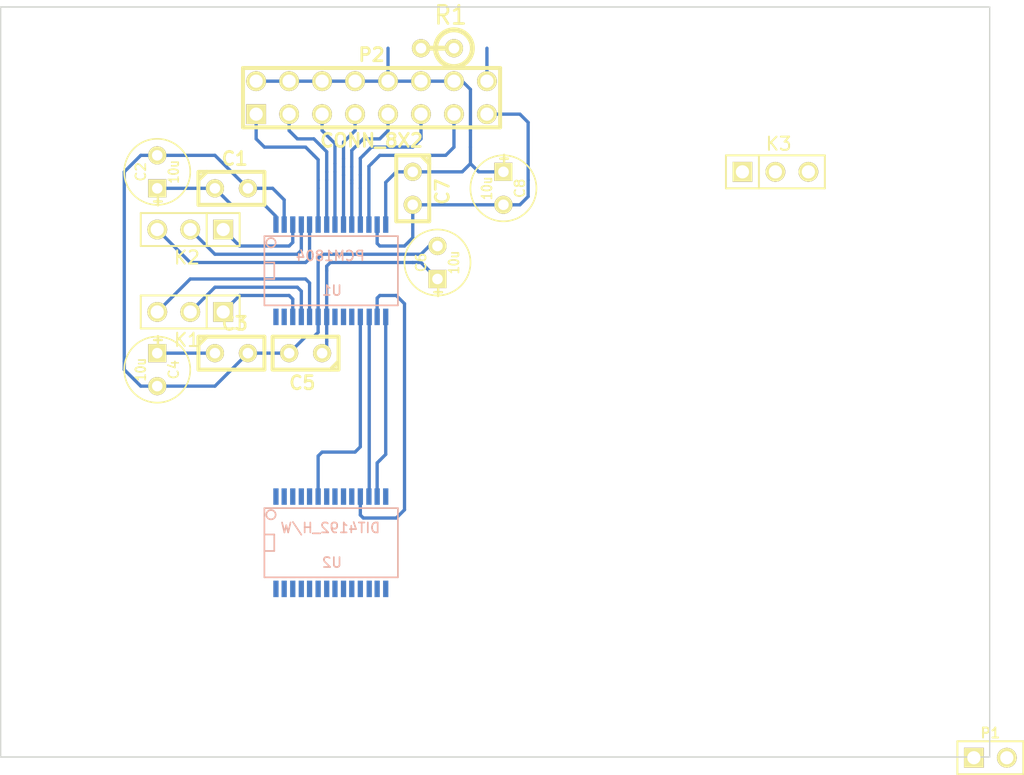
<source format=kicad_pcb>
(kicad_pcb (version 3) (host pcbnew "(2013-07-07 BZR 4022)-stable")

  (general
    (links 49)
    (no_connects 9)
    (area 105.359999 28.7909 184.530202 88.650202)
    (thickness 1.6)
    (drawings 5)
    (tracks 168)
    (zones 0)
    (modules 16)
    (nets 27)
  )

  (page A3)
  (layers
    (15 F.Cu signal)
    (0 B.Cu signal)
    (16 B.Adhes user)
    (17 F.Adhes user)
    (18 B.Paste user)
    (19 F.Paste user)
    (20 B.SilkS user)
    (21 F.SilkS user)
    (22 B.Mask user)
    (23 F.Mask user)
    (24 Dwgs.User user)
    (25 Cmts.User user)
    (26 Eco1.User user)
    (27 Eco2.User user)
    (28 Edge.Cuts user)
  )

  (setup
    (last_trace_width 0.254)
    (trace_clearance 0.254)
    (zone_clearance 0.508)
    (zone_45_only no)
    (trace_min 0.254)
    (segment_width 0.2)
    (edge_width 0.1)
    (via_size 0.889)
    (via_drill 0.635)
    (via_min_size 0.889)
    (via_min_drill 0.508)
    (uvia_size 0.508)
    (uvia_drill 0.127)
    (uvias_allowed no)
    (uvia_min_size 0.508)
    (uvia_min_drill 0.127)
    (pcb_text_width 0.3)
    (pcb_text_size 1.5 1.5)
    (mod_edge_width 0.15)
    (mod_text_size 1 1)
    (mod_text_width 0.15)
    (pad_size 0.4064 1.27)
    (pad_drill 0)
    (pad_to_mask_clearance 0)
    (aux_axis_origin 0 0)
    (visible_elements 7FFFFFFF)
    (pcbplotparams
      (layerselection 3178497)
      (usegerberextensions true)
      (excludeedgelayer true)
      (linewidth 0.150000)
      (plotframeref false)
      (viasonmask false)
      (mode 1)
      (useauxorigin false)
      (hpglpennumber 1)
      (hpglpenspeed 20)
      (hpglpendiameter 15)
      (hpglpenoverlay 2)
      (psnegative false)
      (psa4output false)
      (plotreference true)
      (plotvalue true)
      (plotothertext true)
      (plotinvisibletext false)
      (padsonsilk false)
      (subtractmaskfromsilk false)
      (outputformat 1)
      (mirror false)
      (drillshape 1)
      (scaleselection 1)
      (outputdirectory ""))
  )

  (net 0 "")
  (net 1 AGND)
  (net 2 BCK)
  (net 3 BYPAS)
  (net 4 DATA)
  (net 5 DGND)
  (net 6 FMT0)
  (net 7 FMT1)
  (net 8 LRCK)
  (net 9 N-0000012)
  (net 10 N-0000051)
  (net 11 OSR0)
  (net 12 OSR1)
  (net 13 OSR2)
  (net 14 OVFL)
  (net 15 OVFR)
  (net 16 RST)
  (net 17 S/M)
  (net 18 SCKI)
  (net 19 VCC)
  (net 20 VCOML)
  (net 21 VCOMR)
  (net 22 VDD)
  (net 23 VINL+)
  (net 24 VINL-)
  (net 25 VINR+)
  (net 26 VINR-)

  (net_class Default "これは標準のネット クラスです。"
    (clearance 0.254)
    (trace_width 0.254)
    (via_dia 0.889)
    (via_drill 0.635)
    (uvia_dia 0.508)
    (uvia_drill 0.127)
    (add_net "")
    (add_net AGND)
    (add_net BCK)
    (add_net BYPAS)
    (add_net DATA)
    (add_net DGND)
    (add_net FMT0)
    (add_net FMT1)
    (add_net LRCK)
    (add_net N-0000012)
    (add_net N-0000051)
    (add_net OSR0)
    (add_net OSR1)
    (add_net OSR2)
    (add_net OVFL)
    (add_net OVFR)
    (add_net RST)
    (add_net S/M)
    (add_net SCKI)
    (add_net VCC)
    (add_net VCOML)
    (add_net VCOMR)
    (add_net VDD)
    (add_net VINL+)
    (add_net VINL-)
    (add_net VINR+)
    (add_net VINR-)
  )

  (module SSOP28 (layer B.Cu) (tedit 3D81AA31) (tstamp 53E5ACC2)
    (at 130.81 49.53)
    (descr "SSOP 28 pins")
    (tags "CMS SSOP SMD")
    (path /53E58F67)
    (attr smd)
    (fp_text reference U1 (at 0.127 1.524) (layer B.SilkS)
      (effects (font (size 0.762 0.762) (thickness 0.127)) (justify mirror))
    )
    (fp_text value PCM1804 (at 0 -1.143) (layer B.SilkS)
      (effects (font (size 0.762 0.762) (thickness 0.127)) (justify mirror))
    )
    (fp_circle (center -4.572 -2.159) (end -4.826 -1.905) (layer B.SilkS) (width 0.127))
    (fp_line (start -5.08 0.635) (end -4.318 0.635) (layer B.SilkS) (width 0.127))
    (fp_line (start -4.318 0.635) (end -4.318 -0.635) (layer B.SilkS) (width 0.127))
    (fp_line (start -4.318 -0.635) (end -5.08 -0.635) (layer B.SilkS) (width 0.127))
    (fp_line (start 5.207 -2.667) (end -5.08 -2.667) (layer B.SilkS) (width 0.127))
    (fp_line (start -5.08 2.667) (end 5.207 2.667) (layer B.SilkS) (width 0.127))
    (fp_line (start -5.08 2.667) (end -5.08 -2.667) (layer B.SilkS) (width 0.127))
    (fp_line (start 5.207 2.667) (end 5.207 -2.667) (layer B.SilkS) (width 0.127))
    (pad 1 smd rect (at -4.191 -3.556) (size 0.4064 1.27)
      (layers B.Cu B.Paste B.Mask)
      (net 10 N-0000051)
    )
    (pad 2 smd rect (at -3.556 -3.556) (size 0.4064 1.27)
      (layers B.Cu B.Paste B.Mask)
      (net 1 AGND)
    )
    (pad 3 smd rect (at -2.8956 -3.556) (size 0.4064 1.27)
      (layers B.Cu B.Paste B.Mask)
      (net 20 VCOML)
    )
    (pad 4 smd rect (at -2.2352 -3.556) (size 0.4064 1.27)
      (layers B.Cu B.Paste B.Mask)
      (net 23 VINL+)
    )
    (pad 5 smd rect (at -1.6002 -3.556) (size 0.4064 1.27)
      (layers B.Cu B.Paste B.Mask)
      (net 24 VINL-)
    )
    (pad 6 smd rect (at -0.9398 -3.556) (size 0.4064 1.27)
      (layers B.Cu B.Paste B.Mask)
      (net 6 FMT0)
    )
    (pad 7 smd rect (at -0.2794 -3.556) (size 0.4064 1.27)
      (layers B.Cu B.Paste B.Mask)
      (net 7 FMT1)
    )
    (pad 8 smd rect (at 0.3556 -3.556) (size 0.4064 1.27)
      (layers B.Cu B.Paste B.Mask)
      (net 17 S/M)
    )
    (pad 9 smd rect (at 1.016 -3.556) (size 0.4064 1.27)
      (layers B.Cu B.Paste B.Mask)
      (net 11 OSR0)
    )
    (pad 10 smd rect (at 1.651 -3.556) (size 0.4064 1.27)
      (layers B.Cu B.Paste B.Mask)
      (net 12 OSR1)
    )
    (pad 11 smd rect (at 2.3114 -3.556) (size 0.4064 1.27)
      (layers B.Cu B.Paste B.Mask)
      (net 13 OSR2)
    )
    (pad 12 smd rect (at 2.9718 -3.556) (size 0.4064 1.27)
      (layers B.Cu B.Paste B.Mask)
      (net 3 BYPAS)
    )
    (pad 13 smd rect (at 3.6068 -3.556) (size 0.4064 1.27)
      (layers B.Cu B.Paste B.Mask)
      (net 5 DGND)
    )
    (pad 14 smd rect (at 4.2672 -3.556) (size 0.4064 1.27)
      (layers B.Cu B.Paste B.Mask)
      (net 22 VDD)
    )
    (pad 15 smd rect (at 4.2672 3.556) (size 0.4064 1.27)
      (layers B.Cu B.Paste B.Mask)
      (net 4 DATA)
    )
    (pad 16 smd rect (at 3.6068 3.556) (size 0.4064 1.27)
      (layers B.Cu B.Paste B.Mask)
      (net 2 BCK)
    )
    (pad 17 smd rect (at 2.9972 3.556) (size 0.4064 1.27)
      (layers B.Cu B.Paste B.Mask)
      (net 8 LRCK)
    )
    (pad 18 smd rect (at 2.3114 3.556) (size 0.4064 1.27)
      (layers B.Cu B.Paste B.Mask)
      (net 18 SCKI)
    )
    (pad 19 smd rect (at 1.651 3.556) (size 0.4064 1.27)
      (layers B.Cu B.Paste B.Mask)
      (net 16 RST)
    )
    (pad 20 smd rect (at 1.016 3.556) (size 0.4064 1.27)
      (layers B.Cu B.Paste B.Mask)
      (net 15 OVFR)
    )
    (pad 21 smd rect (at 0.3556 3.556) (size 0.4064 1.27)
      (layers B.Cu B.Paste B.Mask)
      (net 14 OVFL)
    )
    (pad 22 smd rect (at -0.2794 3.556) (size 0.4064 1.27)
      (layers B.Cu B.Paste B.Mask)
      (net 19 VCC)
    )
    (pad 23 smd rect (at -0.9398 3.556) (size 0.4064 1.27)
      (layers B.Cu B.Paste B.Mask)
      (net 1 AGND)
    )
    (pad 24 smd rect (at -1.6002 3.556) (size 0.4064 1.27)
      (layers B.Cu B.Paste B.Mask)
      (net 26 VINR-)
    )
    (pad 25 smd rect (at -2.2352 3.556) (size 0.4064 1.27)
      (layers B.Cu B.Paste B.Mask)
      (net 25 VINR+)
    )
    (pad 26 smd rect (at -2.8956 3.556) (size 0.4064 1.27)
      (layers B.Cu B.Paste B.Mask)
      (net 21 VCOMR)
    )
    (pad 27 smd rect (at -3.556 3.556) (size 0.4064 1.27)
      (layers B.Cu B.Paste B.Mask)
      (net 9 N-0000012)
    )
    (pad 28 smd rect (at -4.191 3.556) (size 0.4064 1.27)
      (layers B.Cu B.Paste B.Mask)
    )
    (model smd/cms_soj28.wrl
      (at (xyz 0 0 0))
      (scale (xyz 0.256 0.5 0.25))
      (rotate (xyz 0 0 0))
    )
  )

  (module PIN_ARRAY_3X1 (layer F.Cu) (tedit 4C1130E0) (tstamp 53E877FC)
    (at 120.015 52.705 180)
    (descr "Connecteur 3 pins")
    (tags "CONN DEV")
    (path /53E59030)
    (fp_text reference K1 (at 0.254 -2.159 180) (layer F.SilkS)
      (effects (font (size 1.016 1.016) (thickness 0.1524)))
    )
    (fp_text value CONN_3 (at 0 -2.159 180) (layer F.SilkS) hide
      (effects (font (size 1.016 1.016) (thickness 0.1524)))
    )
    (fp_line (start -3.81 1.27) (end -3.81 -1.27) (layer F.SilkS) (width 0.1524))
    (fp_line (start -3.81 -1.27) (end 3.81 -1.27) (layer F.SilkS) (width 0.1524))
    (fp_line (start 3.81 -1.27) (end 3.81 1.27) (layer F.SilkS) (width 0.1524))
    (fp_line (start 3.81 1.27) (end -3.81 1.27) (layer F.SilkS) (width 0.1524))
    (fp_line (start -1.27 -1.27) (end -1.27 1.27) (layer F.SilkS) (width 0.1524))
    (pad 1 thru_hole rect (at -2.54 0 180) (size 1.524 1.524) (drill 1.016)
      (layers *.Cu *.Mask F.SilkS)
      (net 21 VCOMR)
    )
    (pad 2 thru_hole circle (at 0 0 180) (size 1.524 1.524) (drill 1.016)
      (layers *.Cu *.Mask F.SilkS)
      (net 25 VINR+)
    )
    (pad 3 thru_hole circle (at 2.54 0 180) (size 1.524 1.524) (drill 1.016)
      (layers *.Cu *.Mask F.SilkS)
      (net 26 VINR-)
    )
    (model pin_array/pins_array_3x1.wrl
      (at (xyz 0 0 0))
      (scale (xyz 1 1 1))
      (rotate (xyz 0 0 0))
    )
  )

  (module PIN_ARRAY_3X1 (layer F.Cu) (tedit 4C1130E0) (tstamp 53E598A2)
    (at 120.015 46.355 180)
    (descr "Connecteur 3 pins")
    (tags "CONN DEV")
    (path /53E590A9)
    (fp_text reference K2 (at 0.254 -2.159 180) (layer F.SilkS)
      (effects (font (size 1.016 1.016) (thickness 0.1524)))
    )
    (fp_text value CONN_3 (at 0 -2.159 180) (layer F.SilkS) hide
      (effects (font (size 1.016 1.016) (thickness 0.1524)))
    )
    (fp_line (start -3.81 1.27) (end -3.81 -1.27) (layer F.SilkS) (width 0.1524))
    (fp_line (start -3.81 -1.27) (end 3.81 -1.27) (layer F.SilkS) (width 0.1524))
    (fp_line (start 3.81 -1.27) (end 3.81 1.27) (layer F.SilkS) (width 0.1524))
    (fp_line (start 3.81 1.27) (end -3.81 1.27) (layer F.SilkS) (width 0.1524))
    (fp_line (start -1.27 -1.27) (end -1.27 1.27) (layer F.SilkS) (width 0.1524))
    (pad 1 thru_hole rect (at -2.54 0 180) (size 1.524 1.524) (drill 1.016)
      (layers *.Cu *.Mask F.SilkS)
      (net 20 VCOML)
    )
    (pad 2 thru_hole circle (at 0 0 180) (size 1.524 1.524) (drill 1.016)
      (layers *.Cu *.Mask F.SilkS)
      (net 23 VINL+)
    )
    (pad 3 thru_hole circle (at 2.54 0 180) (size 1.524 1.524) (drill 1.016)
      (layers *.Cu *.Mask F.SilkS)
      (net 24 VINL-)
    )
    (model pin_array/pins_array_3x1.wrl
      (at (xyz 0 0 0))
      (scale (xyz 1 1 1))
      (rotate (xyz 0 0 0))
    )
  )

  (module PIN_ARRAY_3X1 (layer F.Cu) (tedit 4C1130E0) (tstamp 53E598AE)
    (at 165.1 41.91)
    (descr "Connecteur 3 pins")
    (tags "CONN DEV")
    (path /53E59789)
    (fp_text reference K3 (at 0.254 -2.159) (layer F.SilkS)
      (effects (font (size 1.016 1.016) (thickness 0.1524)))
    )
    (fp_text value CONN_3 (at 0 -2.159) (layer F.SilkS) hide
      (effects (font (size 1.016 1.016) (thickness 0.1524)))
    )
    (fp_line (start -3.81 1.27) (end -3.81 -1.27) (layer F.SilkS) (width 0.1524))
    (fp_line (start -3.81 -1.27) (end 3.81 -1.27) (layer F.SilkS) (width 0.1524))
    (fp_line (start 3.81 -1.27) (end 3.81 1.27) (layer F.SilkS) (width 0.1524))
    (fp_line (start 3.81 1.27) (end -3.81 1.27) (layer F.SilkS) (width 0.1524))
    (fp_line (start -1.27 -1.27) (end -1.27 1.27) (layer F.SilkS) (width 0.1524))
    (pad 1 thru_hole rect (at -2.54 0) (size 1.524 1.524) (drill 1.016)
      (layers *.Cu *.Mask F.SilkS)
      (net 14 OVFL)
    )
    (pad 2 thru_hole circle (at 0 0) (size 1.524 1.524) (drill 1.016)
      (layers *.Cu *.Mask F.SilkS)
      (net 5 DGND)
    )
    (pad 3 thru_hole circle (at 2.54 0) (size 1.524 1.524) (drill 1.016)
      (layers *.Cu *.Mask F.SilkS)
      (net 15 OVFR)
    )
    (model pin_array/pins_array_3x1.wrl
      (at (xyz 0 0 0))
      (scale (xyz 1 1 1))
      (rotate (xyz 0 0 0))
    )
  )

  (module C1V5 (layer F.Cu) (tedit 3E070CF4) (tstamp 53E598C0)
    (at 117.475 41.91 90)
    (descr "Condensateur e = 1 pas")
    (tags C)
    (path /53E5949A)
    (fp_text reference C2 (at 0 -1.26746 90) (layer F.SilkS)
      (effects (font (size 0.762 0.762) (thickness 0.127)))
    )
    (fp_text value 10u (at 0 1.27 90) (layer F.SilkS)
      (effects (font (size 0.762 0.635) (thickness 0.127)))
    )
    (fp_text user + (at -2.286 0 90) (layer F.SilkS)
      (effects (font (size 0.762 0.762) (thickness 0.2032)))
    )
    (fp_circle (center 0 0) (end 0.127 -2.54) (layer F.SilkS) (width 0.127))
    (pad 1 thru_hole rect (at -1.27 0 90) (size 1.397 1.397) (drill 0.8128)
      (layers *.Cu *.Mask F.SilkS)
      (net 10 N-0000051)
    )
    (pad 2 thru_hole circle (at 1.27 0 90) (size 1.397 1.397) (drill 0.8128)
      (layers *.Cu *.Mask F.SilkS)
      (net 1 AGND)
    )
    (model discret/c_vert_c1v5.wrl
      (at (xyz 0 0 0))
      (scale (xyz 1 1 1))
      (rotate (xyz 0 0 0))
    )
  )

  (module C1V5 (layer F.Cu) (tedit 3E070CF4) (tstamp 53E598C8)
    (at 117.475 57.15 270)
    (descr "Condensateur e = 1 pas")
    (tags C)
    (path /53E5A204)
    (fp_text reference C4 (at 0 -1.26746 270) (layer F.SilkS)
      (effects (font (size 0.762 0.762) (thickness 0.127)))
    )
    (fp_text value 10u (at 0 1.27 270) (layer F.SilkS)
      (effects (font (size 0.762 0.635) (thickness 0.127)))
    )
    (fp_text user + (at -2.286 0 270) (layer F.SilkS)
      (effects (font (size 0.762 0.762) (thickness 0.2032)))
    )
    (fp_circle (center 0 0) (end 0.127 -2.54) (layer F.SilkS) (width 0.127))
    (pad 1 thru_hole rect (at -1.27 0 270) (size 1.397 1.397) (drill 0.8128)
      (layers *.Cu *.Mask F.SilkS)
      (net 9 N-0000012)
    )
    (pad 2 thru_hole circle (at 1.27 0 270) (size 1.397 1.397) (drill 0.8128)
      (layers *.Cu *.Mask F.SilkS)
      (net 1 AGND)
    )
    (model discret/c_vert_c1v5.wrl
      (at (xyz 0 0 0))
      (scale (xyz 1 1 1))
      (rotate (xyz 0 0 0))
    )
  )

  (module C1V5 (layer F.Cu) (tedit 3E070CF4) (tstamp 53E598D0)
    (at 139.065 48.895 90)
    (descr "Condensateur e = 1 pas")
    (tags C)
    (path /53E5A210)
    (fp_text reference C6 (at 0 -1.26746 90) (layer F.SilkS)
      (effects (font (size 0.762 0.762) (thickness 0.127)))
    )
    (fp_text value 10u (at 0 1.27 90) (layer F.SilkS)
      (effects (font (size 0.762 0.635) (thickness 0.127)))
    )
    (fp_text user + (at -2.286 0 90) (layer F.SilkS)
      (effects (font (size 0.762 0.762) (thickness 0.2032)))
    )
    (fp_circle (center 0 0) (end 0.127 -2.54) (layer F.SilkS) (width 0.127))
    (pad 1 thru_hole rect (at -1.27 0 90) (size 1.397 1.397) (drill 0.8128)
      (layers *.Cu *.Mask F.SilkS)
      (net 19 VCC)
    )
    (pad 2 thru_hole circle (at 1.27 0 90) (size 1.397 1.397) (drill 0.8128)
      (layers *.Cu *.Mask F.SilkS)
      (net 1 AGND)
    )
    (model discret/c_vert_c1v5.wrl
      (at (xyz 0 0 0))
      (scale (xyz 1 1 1))
      (rotate (xyz 0 0 0))
    )
  )

  (module C1V5 (layer F.Cu) (tedit 3E070CF4) (tstamp 53E598D8)
    (at 144.145 43.18 270)
    (descr "Condensateur e = 1 pas")
    (tags C)
    (path /53E5A21C)
    (fp_text reference C8 (at 0 -1.26746 270) (layer F.SilkS)
      (effects (font (size 0.762 0.762) (thickness 0.127)))
    )
    (fp_text value 10u (at 0 1.27 270) (layer F.SilkS)
      (effects (font (size 0.762 0.635) (thickness 0.127)))
    )
    (fp_text user + (at -2.286 0 270) (layer F.SilkS)
      (effects (font (size 0.762 0.762) (thickness 0.2032)))
    )
    (fp_circle (center 0 0) (end 0.127 -2.54) (layer F.SilkS) (width 0.127))
    (pad 1 thru_hole rect (at -1.27 0 270) (size 1.397 1.397) (drill 0.8128)
      (layers *.Cu *.Mask F.SilkS)
      (net 22 VDD)
    )
    (pad 2 thru_hole circle (at 1.27 0 270) (size 1.397 1.397) (drill 0.8128)
      (layers *.Cu *.Mask F.SilkS)
      (net 5 DGND)
    )
    (model discret/c_vert_c1v5.wrl
      (at (xyz 0 0 0))
      (scale (xyz 1 1 1))
      (rotate (xyz 0 0 0))
    )
  )

  (module C1 (layer F.Cu) (tedit 3F92C496) (tstamp 53E598E3)
    (at 123.19 43.18)
    (descr "Condensateur e = 1 pas")
    (tags C)
    (path /53E59494)
    (fp_text reference C1 (at 0.254 -2.286) (layer F.SilkS)
      (effects (font (size 1.016 1.016) (thickness 0.2032)))
    )
    (fp_text value 0.1u (at 0 -2.286) (layer F.SilkS) hide
      (effects (font (size 1.016 1.016) (thickness 0.2032)))
    )
    (fp_line (start -2.4892 -1.27) (end 2.54 -1.27) (layer F.SilkS) (width 0.3048))
    (fp_line (start 2.54 -1.27) (end 2.54 1.27) (layer F.SilkS) (width 0.3048))
    (fp_line (start 2.54 1.27) (end -2.54 1.27) (layer F.SilkS) (width 0.3048))
    (fp_line (start -2.54 1.27) (end -2.54 -1.27) (layer F.SilkS) (width 0.3048))
    (fp_line (start -2.54 -0.635) (end -1.905 -1.27) (layer F.SilkS) (width 0.3048))
    (pad 1 thru_hole circle (at -1.27 0) (size 1.397 1.397) (drill 0.8128)
      (layers *.Cu *.Mask F.SilkS)
      (net 10 N-0000051)
    )
    (pad 2 thru_hole circle (at 1.27 0) (size 1.397 1.397) (drill 0.8128)
      (layers *.Cu *.Mask F.SilkS)
      (net 1 AGND)
    )
    (model discret/capa_1_pas.wrl
      (at (xyz 0 0 0))
      (scale (xyz 1 1 1))
      (rotate (xyz 0 0 0))
    )
  )

  (module C1 (layer F.Cu) (tedit 3F92C496) (tstamp 53E598EE)
    (at 123.19 55.88)
    (descr "Condensateur e = 1 pas")
    (tags C)
    (path /53E5A1FE)
    (fp_text reference C3 (at 0.254 -2.286) (layer F.SilkS)
      (effects (font (size 1.016 1.016) (thickness 0.2032)))
    )
    (fp_text value 0.1u (at 0 -2.286) (layer F.SilkS) hide
      (effects (font (size 1.016 1.016) (thickness 0.2032)))
    )
    (fp_line (start -2.4892 -1.27) (end 2.54 -1.27) (layer F.SilkS) (width 0.3048))
    (fp_line (start 2.54 -1.27) (end 2.54 1.27) (layer F.SilkS) (width 0.3048))
    (fp_line (start 2.54 1.27) (end -2.54 1.27) (layer F.SilkS) (width 0.3048))
    (fp_line (start -2.54 1.27) (end -2.54 -1.27) (layer F.SilkS) (width 0.3048))
    (fp_line (start -2.54 -0.635) (end -1.905 -1.27) (layer F.SilkS) (width 0.3048))
    (pad 1 thru_hole circle (at -1.27 0) (size 1.397 1.397) (drill 0.8128)
      (layers *.Cu *.Mask F.SilkS)
      (net 9 N-0000012)
    )
    (pad 2 thru_hole circle (at 1.27 0) (size 1.397 1.397) (drill 0.8128)
      (layers *.Cu *.Mask F.SilkS)
      (net 1 AGND)
    )
    (model discret/capa_1_pas.wrl
      (at (xyz 0 0 0))
      (scale (xyz 1 1 1))
      (rotate (xyz 0 0 0))
    )
  )

  (module C1 (layer F.Cu) (tedit 3F92C496) (tstamp 53E598F9)
    (at 128.905 55.88 180)
    (descr "Condensateur e = 1 pas")
    (tags C)
    (path /53E5A20A)
    (fp_text reference C5 (at 0.254 -2.286 180) (layer F.SilkS)
      (effects (font (size 1.016 1.016) (thickness 0.2032)))
    )
    (fp_text value 0.1u (at 0 -2.286 180) (layer F.SilkS) hide
      (effects (font (size 1.016 1.016) (thickness 0.2032)))
    )
    (fp_line (start -2.4892 -1.27) (end 2.54 -1.27) (layer F.SilkS) (width 0.3048))
    (fp_line (start 2.54 -1.27) (end 2.54 1.27) (layer F.SilkS) (width 0.3048))
    (fp_line (start 2.54 1.27) (end -2.54 1.27) (layer F.SilkS) (width 0.3048))
    (fp_line (start -2.54 1.27) (end -2.54 -1.27) (layer F.SilkS) (width 0.3048))
    (fp_line (start -2.54 -0.635) (end -1.905 -1.27) (layer F.SilkS) (width 0.3048))
    (pad 1 thru_hole circle (at -1.27 0 180) (size 1.397 1.397) (drill 0.8128)
      (layers *.Cu *.Mask F.SilkS)
      (net 19 VCC)
    )
    (pad 2 thru_hole circle (at 1.27 0 180) (size 1.397 1.397) (drill 0.8128)
      (layers *.Cu *.Mask F.SilkS)
      (net 1 AGND)
    )
    (model discret/capa_1_pas.wrl
      (at (xyz 0 0 0))
      (scale (xyz 1 1 1))
      (rotate (xyz 0 0 0))
    )
  )

  (module C1 (layer F.Cu) (tedit 3F92C496) (tstamp 53E59904)
    (at 137.16 43.18 270)
    (descr "Condensateur e = 1 pas")
    (tags C)
    (path /53E5A216)
    (fp_text reference C7 (at 0.254 -2.286 270) (layer F.SilkS)
      (effects (font (size 1.016 1.016) (thickness 0.2032)))
    )
    (fp_text value 0.1u (at 0 -2.286 270) (layer F.SilkS) hide
      (effects (font (size 1.016 1.016) (thickness 0.2032)))
    )
    (fp_line (start -2.4892 -1.27) (end 2.54 -1.27) (layer F.SilkS) (width 0.3048))
    (fp_line (start 2.54 -1.27) (end 2.54 1.27) (layer F.SilkS) (width 0.3048))
    (fp_line (start 2.54 1.27) (end -2.54 1.27) (layer F.SilkS) (width 0.3048))
    (fp_line (start -2.54 1.27) (end -2.54 -1.27) (layer F.SilkS) (width 0.3048))
    (fp_line (start -2.54 -0.635) (end -1.905 -1.27) (layer F.SilkS) (width 0.3048))
    (pad 1 thru_hole circle (at -1.27 0 270) (size 1.397 1.397) (drill 0.8128)
      (layers *.Cu *.Mask F.SilkS)
      (net 22 VDD)
    )
    (pad 2 thru_hole circle (at 1.27 0 270) (size 1.397 1.397) (drill 0.8128)
      (layers *.Cu *.Mask F.SilkS)
      (net 5 DGND)
    )
    (model discret/capa_1_pas.wrl
      (at (xyz 0 0 0))
      (scale (xyz 1 1 1))
      (rotate (xyz 0 0 0))
    )
  )

  (module pin_array_8x2 (layer F.Cu) (tedit 3FB38B89) (tstamp 53E598B8)
    (at 133.985 36.195)
    (descr "Double rangee de contacts 2 x 8 pins")
    (tags CONN)
    (path /53E87438)
    (fp_text reference P2 (at 0 -3.302) (layer F.SilkS)
      (effects (font (size 1.016 1.016) (thickness 0.2032)))
    )
    (fp_text value CONN_8X2 (at 0 3.302) (layer F.SilkS)
      (effects (font (size 1.016 1.016) (thickness 0.2032)))
    )
    (fp_line (start -9.906 2.286) (end -9.906 -2.286) (layer F.SilkS) (width 0.3048))
    (fp_line (start -9.906 -2.286) (end 9.906 -2.286) (layer F.SilkS) (width 0.3048))
    (fp_line (start 9.906 -2.286) (end 9.906 2.286) (layer F.SilkS) (width 0.3048))
    (fp_line (start 9.906 2.286) (end -9.906 2.286) (layer F.SilkS) (width 0.3048))
    (pad 1 thru_hole rect (at -8.89 1.27) (size 1.524 1.524) (drill 1.016)
      (layers *.Cu *.Mask F.SilkS)
      (net 6 FMT0)
    )
    (pad 2 thru_hole circle (at -8.89 -1.27) (size 1.524 1.524) (drill 1.016)
      (layers *.Cu *.Mask F.SilkS)
      (net 22 VDD)
    )
    (pad 3 thru_hole circle (at -6.35 1.27) (size 1.524 1.524) (drill 1.016)
      (layers *.Cu *.Mask F.SilkS)
      (net 7 FMT1)
    )
    (pad 4 thru_hole circle (at -6.35 -1.27) (size 1.524 1.524) (drill 1.016)
      (layers *.Cu *.Mask F.SilkS)
      (net 22 VDD)
    )
    (pad 5 thru_hole circle (at -3.81 1.27) (size 1.524 1.524) (drill 1.016)
      (layers *.Cu *.Mask F.SilkS)
      (net 17 S/M)
    )
    (pad 6 thru_hole circle (at -3.81 -1.27) (size 1.524 1.524) (drill 1.016)
      (layers *.Cu *.Mask F.SilkS)
      (net 22 VDD)
    )
    (pad 7 thru_hole circle (at -1.27 1.27) (size 1.524 1.524) (drill 1.016)
      (layers *.Cu *.Mask F.SilkS)
      (net 11 OSR0)
    )
    (pad 8 thru_hole circle (at -1.27 -1.27) (size 1.524 1.524) (drill 1.016)
      (layers *.Cu *.Mask F.SilkS)
      (net 22 VDD)
    )
    (pad 9 thru_hole circle (at 1.27 1.27) (size 1.524 1.524) (drill 1.016)
      (layers *.Cu *.Mask F.SilkS)
      (net 12 OSR1)
    )
    (pad 10 thru_hole circle (at 1.27 -1.27) (size 1.524 1.524) (drill 1.016)
      (layers *.Cu *.Mask F.SilkS)
      (net 22 VDD)
    )
    (pad 11 thru_hole circle (at 3.81 1.27) (size 1.524 1.524) (drill 1.016)
      (layers *.Cu *.Mask F.SilkS)
      (net 13 OSR2)
    )
    (pad 12 thru_hole circle (at 3.81 -1.27) (size 1.524 1.524) (drill 1.016)
      (layers *.Cu *.Mask F.SilkS)
      (net 22 VDD)
    )
    (pad 13 thru_hole circle (at 6.35 1.27) (size 1.524 1.524) (drill 1.016)
      (layers *.Cu *.Mask F.SilkS)
      (net 3 BYPAS)
    )
    (pad 14 thru_hole circle (at 6.35 -1.27) (size 1.524 1.524) (drill 1.016)
      (layers *.Cu *.Mask F.SilkS)
      (net 22 VDD)
    )
    (pad 15 thru_hole circle (at 8.89 1.27) (size 1.524 1.524) (drill 1.016)
      (layers *.Cu *.Mask F.SilkS)
    )
    (pad 16 thru_hole circle (at 8.89 -1.27) (size 1.524 1.524) (drill 1.016)
      (layers *.Cu *.Mask F.SilkS)
    )
    (model pin_array/pins_array_8x2.wrl
      (at (xyz 0 0 0))
      (scale (xyz 1 1 1))
      (rotate (xyz 0 0 0))
    )
  )

  (module SSOP28 (layer B.Cu) (tedit 3D81AA31) (tstamp 53E9C99A)
    (at 130.81 70.485)
    (descr "SSOP 28 pins")
    (tags "CMS SSOP SMD")
    (path /53E9ABDF)
    (attr smd)
    (fp_text reference U2 (at 0.127 1.524) (layer B.SilkS)
      (effects (font (size 0.762 0.762) (thickness 0.127)) (justify mirror))
    )
    (fp_text value DIT4192_H/W (at 0 -1.143) (layer B.SilkS)
      (effects (font (size 0.762 0.762) (thickness 0.127)) (justify mirror))
    )
    (fp_circle (center -4.572 -2.159) (end -4.826 -1.905) (layer B.SilkS) (width 0.127))
    (fp_line (start -5.08 0.635) (end -4.318 0.635) (layer B.SilkS) (width 0.127))
    (fp_line (start -4.318 0.635) (end -4.318 -0.635) (layer B.SilkS) (width 0.127))
    (fp_line (start -4.318 -0.635) (end -5.08 -0.635) (layer B.SilkS) (width 0.127))
    (fp_line (start 5.207 -2.667) (end -5.08 -2.667) (layer B.SilkS) (width 0.127))
    (fp_line (start -5.08 2.667) (end 5.207 2.667) (layer B.SilkS) (width 0.127))
    (fp_line (start -5.08 2.667) (end -5.08 -2.667) (layer B.SilkS) (width 0.127))
    (fp_line (start 5.207 2.667) (end 5.207 -2.667) (layer B.SilkS) (width 0.127))
    (pad 1 smd rect (at -4.191 -3.556) (size 0.4064 1.27)
      (layers B.Cu B.Paste B.Mask)
    )
    (pad 2 smd rect (at -3.556 -3.556) (size 0.4064 1.27)
      (layers B.Cu B.Paste B.Mask)
    )
    (pad 3 smd rect (at -2.8956 -3.556) (size 0.4064 1.27)
      (layers B.Cu B.Paste B.Mask)
    )
    (pad 4 smd rect (at -2.2352 -3.556) (size 0.4064 1.27)
      (layers B.Cu B.Paste B.Mask)
    )
    (pad 5 smd rect (at -1.6002 -3.556) (size 0.4064 1.27)
      (layers B.Cu B.Paste B.Mask)
    )
    (pad 6 smd rect (at -0.9398 -3.556) (size 0.4064 1.27)
      (layers B.Cu B.Paste B.Mask)
      (net 18 SCKI)
    )
    (pad 7 smd rect (at -0.2794 -3.556) (size 0.4064 1.27)
      (layers B.Cu B.Paste B.Mask)
    )
    (pad 8 smd rect (at 0.3556 -3.556) (size 0.4064 1.27)
      (layers B.Cu B.Paste B.Mask)
    )
    (pad 9 smd rect (at 1.016 -3.556) (size 0.4064 1.27)
      (layers B.Cu B.Paste B.Mask)
    )
    (pad 10 smd rect (at 1.651 -3.556) (size 0.4064 1.27)
      (layers B.Cu B.Paste B.Mask)
    )
    (pad 11 smd rect (at 2.3114 -3.556) (size 0.4064 1.27)
      (layers B.Cu B.Paste B.Mask)
      (net 2 BCK)
    )
    (pad 12 smd rect (at 2.9718 -3.556) (size 0.4064 1.27)
      (layers B.Cu B.Paste B.Mask)
      (net 8 LRCK)
    )
    (pad 13 smd rect (at 3.6068 -3.556) (size 0.4064 1.27)
      (layers B.Cu B.Paste B.Mask)
      (net 4 DATA)
    )
    (pad 14 smd rect (at 4.2672 -3.556) (size 0.4064 1.27)
      (layers B.Cu B.Paste B.Mask)
      (net 5 DGND)
    )
    (pad 15 smd rect (at 4.2672 3.556) (size 0.4064 1.27)
      (layers B.Cu B.Paste B.Mask)
    )
    (pad 16 smd rect (at 3.6068 3.556) (size 0.4064 1.27)
      (layers B.Cu B.Paste B.Mask)
    )
    (pad 17 smd rect (at 2.9972 3.556) (size 0.4064 1.27)
      (layers B.Cu B.Paste B.Mask)
    )
    (pad 18 smd rect (at 2.3114 3.556) (size 0.4064 1.27)
      (layers B.Cu B.Paste B.Mask)
    )
    (pad 19 smd rect (at 1.651 3.556) (size 0.4064 1.27)
      (layers B.Cu B.Paste B.Mask)
    )
    (pad 20 smd rect (at 1.016 3.556) (size 0.4064 1.27)
      (layers B.Cu B.Paste B.Mask)
    )
    (pad 21 smd rect (at 0.3556 3.556) (size 0.4064 1.27)
      (layers B.Cu B.Paste B.Mask)
    )
    (pad 22 smd rect (at -0.2794 3.556) (size 0.4064 1.27)
      (layers B.Cu B.Paste B.Mask)
    )
    (pad 23 smd rect (at -0.9398 3.556) (size 0.4064 1.27)
      (layers B.Cu B.Paste B.Mask)
    )
    (pad 24 smd rect (at -1.6002 3.556) (size 0.4064 1.27)
      (layers B.Cu B.Paste B.Mask)
    )
    (pad 25 smd rect (at -2.2352 3.556) (size 0.4064 1.27)
      (layers B.Cu B.Paste B.Mask)
    )
    (pad 26 smd rect (at -2.8956 3.556) (size 0.4064 1.27)
      (layers B.Cu B.Paste B.Mask)
    )
    (pad 27 smd rect (at -3.556 3.556) (size 0.4064 1.27)
      (layers B.Cu B.Paste B.Mask)
    )
    (pad 28 smd rect (at -4.191 3.556) (size 0.4064 1.27)
      (layers B.Cu B.Paste B.Mask)
    )
    (model smd/cms_soj28.wrl
      (at (xyz 0 0 0))
      (scale (xyz 0.256 0.5 0.25))
      (rotate (xyz 0 0 0))
    )
  )

  (module R1 (layer F.Cu) (tedit 200000) (tstamp 53E59865)
    (at 139.065 32.385 180)
    (descr "Resistance verticale")
    (tags R)
    (path /53E59AFE)
    (autoplace_cost90 10)
    (autoplace_cost180 10)
    (fp_text reference R1 (at -1.016 2.54 180) (layer F.SilkS)
      (effects (font (size 1.397 1.27) (thickness 0.2032)))
    )
    (fp_text value 10k (at -1.143 2.54 180) (layer F.SilkS) hide
      (effects (font (size 1.397 1.27) (thickness 0.2032)))
    )
    (fp_line (start -1.27 0) (end 1.27 0) (layer F.SilkS) (width 0.381))
    (fp_circle (center -1.27 0) (end -0.635 1.27) (layer F.SilkS) (width 0.381))
    (pad 1 thru_hole circle (at -1.27 0 180) (size 1.397 1.397) (drill 0.8128)
      (layers *.Cu *.Mask F.SilkS)
      (net 16 RST)
    )
    (pad 2 thru_hole circle (at 1.27 0 180) (size 1.397 1.397) (drill 0.8128)
      (layers *.Cu *.Mask F.SilkS)
      (net 22 VDD)
    )
    (model discret/verti_resistor.wrl
      (at (xyz 0 0 0))
      (scale (xyz 1 1 1))
      (rotate (xyz 0 0 0))
    )
  )

  (module PIN_ARRAY_2X1 (layer F.Cu) (tedit 4565C520) (tstamp 53E9CA45)
    (at 181.660001 87.050001)
    (descr "Connecteurs 2 pins")
    (tags "CONN DEV")
    (path /53E9C792)
    (fp_text reference P1 (at 0 -1.905) (layer F.SilkS)
      (effects (font (size 0.762 0.762) (thickness 0.1524)))
    )
    (fp_text value CONN_2 (at 0 -1.905) (layer F.SilkS) hide
      (effects (font (size 0.762 0.762) (thickness 0.1524)))
    )
    (fp_line (start -2.54 1.27) (end -2.54 -1.27) (layer F.SilkS) (width 0.1524))
    (fp_line (start -2.54 -1.27) (end 2.54 -1.27) (layer F.SilkS) (width 0.1524))
    (fp_line (start 2.54 -1.27) (end 2.54 1.27) (layer F.SilkS) (width 0.1524))
    (fp_line (start 2.54 1.27) (end -2.54 1.27) (layer F.SilkS) (width 0.1524))
    (pad 1 thru_hole rect (at -1.27 0) (size 1.524 1.524) (drill 1.016)
      (layers *.Cu *.Mask F.SilkS)
      (net 16 RST)
    )
    (pad 2 thru_hole circle (at 1.27 0) (size 1.524 1.524) (drill 1.016)
      (layers *.Cu *.Mask F.SilkS)
      (net 5 DGND)
    )
    (model pin_array/pins_array_2x1.wrl
      (at (xyz 0 0 0))
      (scale (xyz 1 1 1))
      (rotate (xyz 0 0 0))
    )
  )

  (gr_line (start 105.41 29.21) (end 106.045 29.21) (angle 90) (layer Edge.Cuts) (width 0.1))
  (gr_line (start 105.41 86.995) (end 105.41 29.21) (angle 90) (layer Edge.Cuts) (width 0.1))
  (gr_line (start 181.61 86.995) (end 105.41 86.995) (angle 90) (layer Edge.Cuts) (width 0.1))
  (gr_line (start 181.61 29.21) (end 181.61 86.995) (angle 90) (layer Edge.Cuts) (width 0.1))
  (gr_line (start 106.045 29.21) (end 181.61 29.21) (angle 90) (layer Edge.Cuts) (width 0.1))

  (segment (start 142.875 32.385) (end 142.875 34.925) (width 0.254) (layer B.Cu) (net 0))
  (segment (start 129.8702 48.895) (end 129.8702 48.5648) (width 0.254) (layer B.Cu) (net 1))
  (segment (start 138.43 47.625) (end 137.795 48.26) (width 0.254) (layer B.Cu) (net 1) (tstamp 53E9A8BE))
  (segment (start 137.795 48.26) (end 130.175 48.26) (width 0.254) (layer B.Cu) (net 1) (tstamp 53E9A8C0))
  (segment (start 138.43 47.625) (end 139.065 47.625) (width 0.254) (layer B.Cu) (net 1))
  (segment (start 129.8702 48.5648) (end 130.175 48.26) (width 0.254) (layer B.Cu) (net 1) (tstamp 53E9A8CA))
  (segment (start 129.8702 53.086) (end 129.8702 48.895) (width 0.254) (layer B.Cu) (net 1))
  (segment (start 129.8702 53.086) (end 129.8702 54.2798) (width 0.254) (layer B.Cu) (net 1))
  (segment (start 128.905 54.61) (end 129.54 54.61) (width 0.254) (layer B.Cu) (net 1) (tstamp 53E881F8))
  (segment (start 128.905 54.61) (end 127.635 55.88) (width 0.254) (layer B.Cu) (net 1) (tstamp 53E881F7))
  (segment (start 129.8702 54.2798) (end 129.54 54.61) (width 0.254) (layer B.Cu) (net 1) (tstamp 53E88203))
  (segment (start 124.46 55.88) (end 127.635 55.88) (width 0.254) (layer B.Cu) (net 1))
  (segment (start 117.475 40.64) (end 116.205 40.64) (width 0.254) (layer B.Cu) (net 1))
  (segment (start 116.205 58.42) (end 117.475 58.42) (width 0.254) (layer B.Cu) (net 1) (tstamp 53E87F46))
  (segment (start 114.935 57.15) (end 116.205 58.42) (width 0.254) (layer B.Cu) (net 1) (tstamp 53E87F44))
  (segment (start 114.935 56.515) (end 114.935 57.15) (width 0.254) (layer B.Cu) (net 1) (tstamp 53E87F41))
  (segment (start 114.935 41.91) (end 114.935 56.515) (width 0.254) (layer B.Cu) (net 1) (tstamp 53E87F3F))
  (segment (start 116.205 40.64) (end 114.935 41.91) (width 0.254) (layer B.Cu) (net 1) (tstamp 53E87F3E))
  (segment (start 124.46 43.18) (end 126.365 43.18) (width 0.254) (layer B.Cu) (net 1))
  (segment (start 127.254 44.069) (end 127.254 45.974) (width 0.254) (layer B.Cu) (net 1) (tstamp 53E87B0F))
  (segment (start 126.365 43.18) (end 127.254 44.069) (width 0.254) (layer B.Cu) (net 1) (tstamp 53E87B0C))
  (segment (start 124.46 43.18) (end 121.92 40.64) (width 0.254) (layer B.Cu) (net 1) (status 80000))
  (segment (start 121.92 40.64) (end 117.475 40.64) (width 0.254) (layer B.Cu) (net 1) (status 80000))
  (segment (start 124.46 55.88) (end 121.92 58.42) (width 0.254) (layer B.Cu) (net 1) (status 80000))
  (segment (start 121.92 58.42) (end 117.475 58.42) (width 0.254) (layer B.Cu) (net 1) (status 80000))
  (segment (start 133.1214 66.929) (end 133.1214 68.3514) (width 0.254) (layer B.Cu) (net 2) (status 400000))
  (segment (start 134.4168 51.6382) (end 134.62 51.435) (width 0.254) (layer B.Cu) (net 2) (tstamp 53E9CD17))
  (segment (start 134.62 51.435) (end 135.89 51.435) (width 0.254) (layer B.Cu) (net 2) (tstamp 53E9CD19))
  (segment (start 135.89 51.435) (end 136.525 52.07) (width 0.254) (layer B.Cu) (net 2) (tstamp 53E9CD1B))
  (segment (start 136.525 52.07) (end 136.525 67.945) (width 0.254) (layer B.Cu) (net 2) (tstamp 53E9CD1C))
  (segment (start 136.525 67.945) (end 135.89 68.58) (width 0.254) (layer B.Cu) (net 2) (tstamp 53E9CD21))
  (segment (start 135.89 68.58) (end 133.35 68.58) (width 0.254) (layer B.Cu) (net 2) (tstamp 53E9CD22))
  (segment (start 134.4168 51.6382) (end 134.4168 53.086) (width 0.254) (layer B.Cu) (net 2) (status 800000))
  (segment (start 133.1214 68.3514) (end 133.35 68.58) (width 0.254) (layer B.Cu) (net 2) (tstamp 53E9CD26))
  (segment (start 133.7818 45.974) (end 133.7818 41.4782) (width 0.254) (layer B.Cu) (net 3))
  (segment (start 139.7 40.64) (end 134.62 40.64) (width 0.254) (layer B.Cu) (net 3) (tstamp 53E9A804))
  (segment (start 134.62 40.64) (end 133.985 41.275) (width 0.254) (layer B.Cu) (net 3) (tstamp 53E9A805))
  (segment (start 139.7 40.64) (end 140.335 40.005) (width 0.254) (layer B.Cu) (net 3))
  (segment (start 133.7818 41.4782) (end 133.985 41.275) (width 0.254) (layer B.Cu) (net 3) (tstamp 53E9A81A))
  (segment (start 140.335 40.005) (end 140.335 37.465) (width 0.254) (layer B.Cu) (net 3) (tstamp 53E9A802))
  (segment (start 134.4168 66.929) (end 134.4168 64.3382) (width 0.254) (layer B.Cu) (net 4) (status 400000))
  (segment (start 135.0772 63.6778) (end 134.62 64.135) (width 0.254) (layer B.Cu) (net 4) (tstamp 53E9CCEA))
  (segment (start 135.0772 63.6778) (end 135.0772 53.086) (width 0.254) (layer B.Cu) (net 4) (status 800000))
  (segment (start 134.4168 64.3382) (end 134.62 64.135) (width 0.254) (layer B.Cu) (net 4) (tstamp 53E9CCF8))
  (segment (start 134.4168 45.974) (end 134.4168 47.4218) (width 0.254) (layer B.Cu) (net 5))
  (segment (start 137.16 46.99) (end 137.16 44.45) (width 0.254) (layer B.Cu) (net 5) (tstamp 53E9A8ED))
  (segment (start 136.525 47.625) (end 137.16 46.99) (width 0.254) (layer B.Cu) (net 5) (tstamp 53E9A8EB))
  (segment (start 134.62 47.625) (end 136.525 47.625) (width 0.254) (layer B.Cu) (net 5) (tstamp 53E9A8E9))
  (segment (start 134.4168 47.4218) (end 134.62 47.625) (width 0.254) (layer B.Cu) (net 5) (tstamp 53E9A8E8))
  (segment (start 137.16 44.45) (end 144.145 44.45) (width 0.254) (layer B.Cu) (net 5))
  (segment (start 144.145 44.45) (end 145.415 44.45) (width 0.254) (layer B.Cu) (net 5))
  (segment (start 145.415 44.45) (end 146.05 43.815) (width 0.254) (layer B.Cu) (net 5) (tstamp 53E9A873))
  (segment (start 146.05 38.1) (end 146.05 42.545) (width 0.254) (layer B.Cu) (net 5) (tstamp 53E87D28))
  (segment (start 145.415 37.465) (end 146.05 38.1) (width 0.254) (layer B.Cu) (net 5) (tstamp 53E87D26))
  (segment (start 142.875 37.465) (end 145.415 37.465) (width 0.254) (layer B.Cu) (net 5))
  (segment (start 146.05 43.815) (end 146.05 42.545) (width 0.254) (layer B.Cu) (net 5) (tstamp 53E9A874))
  (segment (start 129.8702 42.545) (end 129.8702 40.9702) (width 0.254) (layer B.Cu) (net 6))
  (segment (start 125.73 40.005) (end 128.905 40.005) (width 0.254) (layer B.Cu) (net 6) (tstamp 53E9A7DD))
  (segment (start 128.905 40.005) (end 129.54 40.64) (width 0.254) (layer B.Cu) (net 6) (tstamp 53E9A7DE))
  (segment (start 125.73 40.005) (end 125.095 39.37) (width 0.254) (layer B.Cu) (net 6))
  (segment (start 129.8702 40.9702) (end 129.54 40.64) (width 0.254) (layer B.Cu) (net 6) (tstamp 53E9A7E4))
  (segment (start 129.8702 43.18) (end 129.8702 42.545) (width 0.254) (layer B.Cu) (net 6))
  (segment (start 125.095 37.465) (end 125.095 39.37) (width 0.254) (layer B.Cu) (net 6))
  (segment (start 129.8702 43.18) (end 129.8702 45.974) (width 0.254) (layer B.Cu) (net 6) (tstamp 53E9A730))
  (segment (start 130.5306 41.91) (end 130.5306 40.3606) (width 0.254) (layer B.Cu) (net 7))
  (segment (start 128.27 39.37) (end 129.54 39.37) (width 0.254) (layer B.Cu) (net 7) (tstamp 53E9A7D2))
  (segment (start 129.54 39.37) (end 130.175 40.005) (width 0.254) (layer B.Cu) (net 7) (tstamp 53E9A7D3))
  (segment (start 128.27 39.37) (end 127.635 38.735) (width 0.254) (layer B.Cu) (net 7))
  (segment (start 130.5306 40.3606) (end 130.175 40.005) (width 0.254) (layer B.Cu) (net 7) (tstamp 53E9A7D8))
  (segment (start 130.5306 42.545) (end 130.5306 41.91) (width 0.254) (layer B.Cu) (net 7))
  (segment (start 127.635 37.465) (end 127.635 38.735) (width 0.254) (layer B.Cu) (net 7))
  (segment (start 130.5306 42.545) (end 130.5306 45.974) (width 0.254) (layer B.Cu) (net 7) (tstamp 53E9A713))
  (segment (start 133.8072 53.086) (end 133.8072 66.9036) (width 0.254) (layer B.Cu) (net 8) (status C00000))
  (segment (start 133.8072 66.9036) (end 133.7818 66.929) (width 0.254) (layer B.Cu) (net 8) (tstamp 53E9CCD4) (status C00000))
  (segment (start 117.475 55.88) (end 121.92 55.88) (width 0.254) (layer B.Cu) (net 9) (status 80000))
  (segment (start 123.19 44.45) (end 125.73 44.45) (width 0.254) (layer B.Cu) (net 10))
  (segment (start 122.555 43.815) (end 123.19 44.45) (width 0.254) (layer B.Cu) (net 10) (tstamp 53E87B15))
  (segment (start 121.92 43.18) (end 122.555 43.815) (width 0.254) (layer B.Cu) (net 10))
  (segment (start 126.619 45.339) (end 126.619 45.974) (width 0.254) (layer B.Cu) (net 10) (tstamp 53E87B20))
  (segment (start 125.73 44.45) (end 126.619 45.339) (width 0.254) (layer B.Cu) (net 10) (tstamp 53E87B1B))
  (segment (start 117.475 43.18) (end 121.92 43.18) (width 0.254) (layer B.Cu) (net 10) (status 80000))
  (segment (start 131.826 40.894) (end 131.826 39.624) (width 0.254) (layer B.Cu) (net 11))
  (segment (start 132.08 39.37) (end 132.715 38.735) (width 0.254) (layer B.Cu) (net 11))
  (segment (start 131.826 39.624) (end 132.08 39.37) (width 0.254) (layer B.Cu) (net 11) (tstamp 53E9A7C8))
  (segment (start 131.826 41.529) (end 131.826 40.894) (width 0.254) (layer B.Cu) (net 11))
  (segment (start 131.826 42.164) (end 131.826 41.529) (width 0.254) (layer B.Cu) (net 11))
  (segment (start 131.826 45.974) (end 131.826 42.164) (width 0.254) (layer B.Cu) (net 11))
  (segment (start 132.715 38.735) (end 132.715 37.465) (width 0.254) (layer B.Cu) (net 11) (tstamp 53E9A7C4))
  (segment (start 132.461 41.529) (end 132.461 40.259) (width 0.254) (layer B.Cu) (net 12))
  (segment (start 134.62 39.37) (end 133.35 39.37) (width 0.254) (layer B.Cu) (net 12) (tstamp 53E9A7EB))
  (segment (start 133.35 39.37) (end 132.715 40.005) (width 0.254) (layer B.Cu) (net 12) (tstamp 53E9A7EC))
  (segment (start 134.62 39.37) (end 135.255 38.735) (width 0.254) (layer B.Cu) (net 12))
  (segment (start 132.461 40.259) (end 132.715 40.005) (width 0.254) (layer B.Cu) (net 12) (tstamp 53E9A7EF))
  (segment (start 132.461 42.545) (end 132.461 41.529) (width 0.254) (layer B.Cu) (net 12))
  (segment (start 132.461 42.799) (end 132.461 42.545) (width 0.254) (layer B.Cu) (net 12))
  (segment (start 132.461 45.974) (end 132.461 42.799) (width 0.254) (layer B.Cu) (net 12))
  (segment (start 135.255 38.735) (end 135.255 37.465) (width 0.254) (layer B.Cu) (net 12) (tstamp 53E9A7E9))
  (segment (start 133.1214 42.1386) (end 133.1214 40.8686) (width 0.254) (layer B.Cu) (net 13))
  (segment (start 137.16 40.005) (end 133.985 40.005) (width 0.254) (layer B.Cu) (net 13) (tstamp 53E9A7F5))
  (segment (start 133.985 40.005) (end 133.35 40.64) (width 0.254) (layer B.Cu) (net 13) (tstamp 53E9A7F6))
  (segment (start 137.16 40.005) (end 137.795 39.37) (width 0.254) (layer B.Cu) (net 13))
  (segment (start 133.1214 40.8686) (end 133.35 40.64) (width 0.254) (layer B.Cu) (net 13) (tstamp 53E9A7F9))
  (segment (start 133.1214 43.18) (end 133.1214 42.1386) (width 0.254) (layer B.Cu) (net 13))
  (segment (start 133.1214 45.974) (end 133.1214 43.18) (width 0.254) (layer B.Cu) (net 13))
  (segment (start 137.795 39.37) (end 137.795 37.465) (width 0.254) (layer B.Cu) (net 13) (tstamp 53E9A7F3))
  (segment (start 131.1656 41.275) (end 131.1656 39.7256) (width 0.254) (layer B.Cu) (net 17))
  (segment (start 130.81 39.37) (end 130.175 38.735) (width 0.254) (layer B.Cu) (net 17))
  (segment (start 131.1656 39.7256) (end 130.81 39.37) (width 0.254) (layer B.Cu) (net 17) (tstamp 53E9A7BD))
  (segment (start 131.1656 41.91) (end 131.1656 41.275) (width 0.254) (layer B.Cu) (net 17))
  (segment (start 131.1656 45.974) (end 131.1656 41.91) (width 0.254) (layer B.Cu) (net 17))
  (segment (start 130.175 38.735) (end 130.175 37.465) (width 0.254) (layer B.Cu) (net 17) (tstamp 53E9A7A5))
  (segment (start 129.8702 66.929) (end 129.8702 63.8048) (width 0.254) (layer B.Cu) (net 18) (status 400000))
  (segment (start 133.1214 63.0936) (end 132.715 63.5) (width 0.254) (layer B.Cu) (net 18) (tstamp 53E9CCBD))
  (segment (start 132.715 63.5) (end 130.175 63.5) (width 0.254) (layer B.Cu) (net 18) (tstamp 53E9CCC0))
  (segment (start 133.1214 63.0936) (end 133.1214 53.086) (width 0.254) (layer B.Cu) (net 18) (status 800000))
  (segment (start 129.8702 63.8048) (end 130.175 63.5) (width 0.254) (layer B.Cu) (net 18) (tstamp 53E9CCC7))
  (segment (start 137.16 48.895) (end 137.795 48.895) (width 0.254) (layer B.Cu) (net 19))
  (segment (start 137.795 48.895) (end 139.065 50.165) (width 0.254) (layer B.Cu) (net 19) (tstamp 53E9A8D0))
  (segment (start 130.5306 49.53) (end 130.5306 49.1744) (width 0.254) (layer B.Cu) (net 19))
  (segment (start 137.16 48.895) (end 130.81 48.895) (width 0.254) (layer B.Cu) (net 19) (tstamp 53E9A8A9))
  (segment (start 130.5306 49.1744) (end 130.81 48.895) (width 0.254) (layer B.Cu) (net 19) (tstamp 53E9A8B5))
  (segment (start 130.5306 53.086) (end 130.5306 49.53) (width 0.254) (layer B.Cu) (net 19))
  (segment (start 130.5306 54.9656) (end 130.5306 55.5244) (width 0.254) (layer B.Cu) (net 19))
  (segment (start 130.5306 55.5244) (end 130.175 55.88) (width 0.254) (layer B.Cu) (net 19) (tstamp 53E881F3))
  (segment (start 130.5306 53.086) (end 130.5306 54.9656) (width 0.254) (layer B.Cu) (net 19))
  (segment (start 122.555 46.355) (end 123.825 47.625) (width 0.254) (layer B.Cu) (net 20))
  (segment (start 127.9144 47.3456) (end 127.9144 45.974) (width 0.254) (layer B.Cu) (net 20) (tstamp 53E87EEC))
  (segment (start 127.635 47.625) (end 127.9144 47.3456) (width 0.254) (layer B.Cu) (net 20) (tstamp 53E87EEB))
  (segment (start 123.825 47.625) (end 127.635 47.625) (width 0.254) (layer B.Cu) (net 20) (tstamp 53E87EEA))
  (segment (start 122.555 52.705) (end 123.825 51.435) (width 0.254) (layer B.Cu) (net 21))
  (segment (start 127.9144 51.7144) (end 127.9144 53.086) (width 0.254) (layer B.Cu) (net 21) (tstamp 53E87EF4))
  (segment (start 127.635 51.435) (end 127.9144 51.7144) (width 0.254) (layer B.Cu) (net 21) (tstamp 53E87EF2))
  (segment (start 123.825 51.435) (end 127.635 51.435) (width 0.254) (layer B.Cu) (net 21) (tstamp 53E87EF0))
  (segment (start 135.255 32.385) (end 135.255 34.925) (width 0.254) (layer B.Cu) (net 22))
  (segment (start 137.16 41.91) (end 135.89 41.91) (width 0.254) (layer B.Cu) (net 22))
  (segment (start 135.0772 42.7228) (end 135.0772 45.974) (width 0.254) (layer B.Cu) (net 22) (tstamp 53E9A8E3))
  (segment (start 135.89 41.91) (end 135.0772 42.7228) (width 0.254) (layer B.Cu) (net 22) (tstamp 53E9A8E2))
  (segment (start 141.605 41.275) (end 140.97 41.91) (width 0.254) (layer B.Cu) (net 22))
  (segment (start 140.97 41.91) (end 137.16 41.91) (width 0.254) (layer B.Cu) (net 22) (tstamp 53E9A86D))
  (segment (start 142.24 41.91) (end 144.145 41.91) (width 0.254) (layer B.Cu) (net 22))
  (segment (start 142.24 41.91) (end 141.605 41.275) (width 0.254) (layer B.Cu) (net 22))
  (segment (start 141.605 41.275) (end 141.605 40.005) (width 0.254) (layer B.Cu) (net 22) (tstamp 53E884F1))
  (segment (start 141.605 38.735) (end 141.605 40.005) (width 0.254) (layer B.Cu) (net 22))
  (segment (start 140.335 34.925) (end 140.97 34.925) (width 0.254) (layer B.Cu) (net 22))
  (segment (start 141.605 35.56) (end 141.605 38.735) (width 0.254) (layer B.Cu) (net 22) (tstamp 53E87C96))
  (segment (start 140.97 34.925) (end 141.605 35.56) (width 0.254) (layer B.Cu) (net 22) (tstamp 53E87C94))
  (segment (start 132.715 34.925) (end 135.255 34.925) (width 0.254) (layer B.Cu) (net 22) (status 80000))
  (segment (start 135.255 34.925) (end 137.795 34.925) (width 0.254) (layer B.Cu) (net 22) (status 80000))
  (segment (start 137.795 34.925) (end 140.335 34.925) (width 0.254) (layer B.Cu) (net 22) (status 80000))
  (segment (start 130.175 34.925) (end 132.715 34.925) (width 0.254) (layer B.Cu) (net 22) (status 80000))
  (segment (start 127.635 34.925) (end 125.095 34.925) (width 0.254) (layer B.Cu) (net 22) (status 80000))
  (segment (start 130.175 34.925) (end 127.635 34.925) (width 0.254) (layer B.Cu) (net 22) (status 80000))
  (segment (start 120.015 46.355) (end 121.92 48.26) (width 0.254) (layer B.Cu) (net 23))
  (segment (start 128.5748 47.9552) (end 128.5748 45.974) (width 0.254) (layer B.Cu) (net 23) (tstamp 53E87EFD))
  (segment (start 128.27 48.26) (end 128.5748 47.9552) (width 0.254) (layer B.Cu) (net 23) (tstamp 53E87EFB))
  (segment (start 121.92 48.26) (end 128.27 48.26) (width 0.254) (layer B.Cu) (net 23) (tstamp 53E87EF8))
  (segment (start 117.475 46.355) (end 120.015 48.895) (width 0.254) (layer B.Cu) (net 24))
  (segment (start 129.2098 48.5902) (end 129.2098 45.974) (width 0.254) (layer B.Cu) (net 24) (tstamp 53E87F06))
  (segment (start 128.905 48.895) (end 129.2098 48.5902) (width 0.254) (layer B.Cu) (net 24) (tstamp 53E87F04))
  (segment (start 120.015 48.895) (end 128.905 48.895) (width 0.254) (layer B.Cu) (net 24) (tstamp 53E87F01))
  (segment (start 120.015 52.705) (end 121.92 50.8) (width 0.254) (layer B.Cu) (net 25))
  (segment (start 128.5748 51.1048) (end 128.5748 53.086) (width 0.254) (layer B.Cu) (net 25) (tstamp 53E87F16))
  (segment (start 128.27 50.8) (end 128.5748 51.1048) (width 0.254) (layer B.Cu) (net 25) (tstamp 53E87F14))
  (segment (start 121.92 50.8) (end 128.27 50.8) (width 0.254) (layer B.Cu) (net 25) (tstamp 53E87F13))
  (segment (start 117.475 52.705) (end 120.015 50.165) (width 0.254) (layer B.Cu) (net 26))
  (segment (start 129.2098 50.4698) (end 129.2098 53.086) (width 0.254) (layer B.Cu) (net 26) (tstamp 53E87F1F))
  (segment (start 128.905 50.165) (end 129.2098 50.4698) (width 0.254) (layer B.Cu) (net 26) (tstamp 53E87F1D))
  (segment (start 120.015 50.165) (end 128.905 50.165) (width 0.254) (layer B.Cu) (net 26) (tstamp 53E87F1B))

)

</source>
